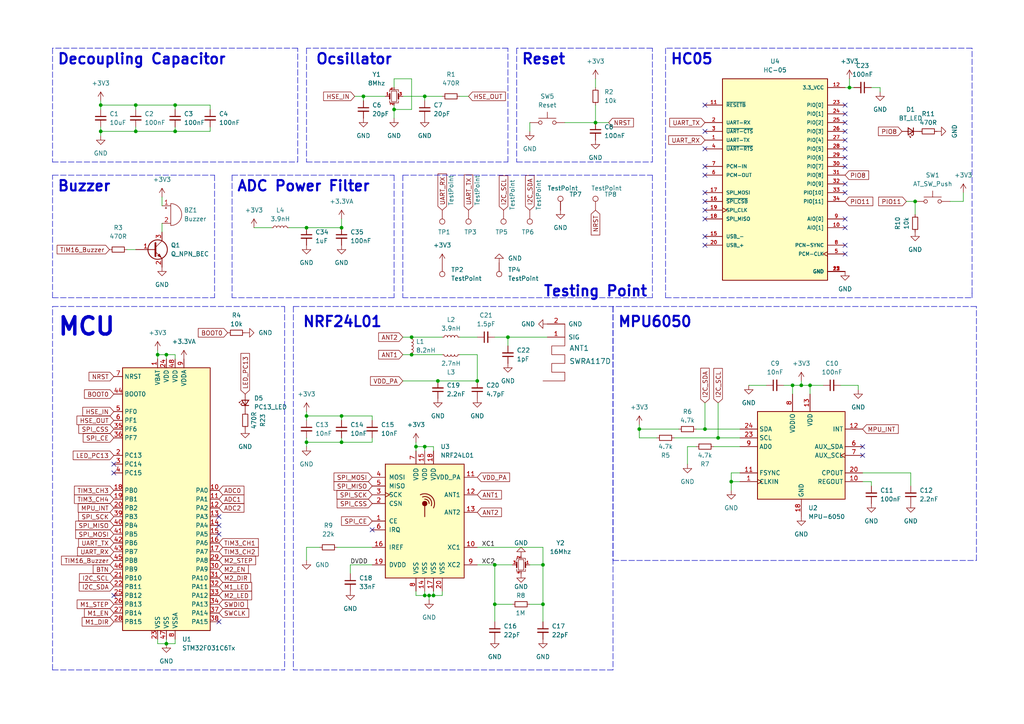
<source format=kicad_sch>
(kicad_sch (version 20211123) (generator eeschema)
  (paper "A4")
  (junction (at 143.51 163.83))
  (junction (at 172.72 35.56))
  (junction (at 127 110.49))
  (junction (at 50.8 30.48))
  (junction (at 119.38 97.79))
  (junction (at 48.26 186.69))
  (junction (at 138.43 110.49))
  (junction (at 234.95 111.76))
  (junction (at 88.9 128.27))
  (junction (at 229.87 111.76))
  (junction (at 99.06 128.27))
  (junction (at 157.48 175.26))
  (junction (at 147.32 97.79))
  (junction (at 99.06 120.65))
  (junction (at 39.37 30.48))
  (junction (at 185.42 124.46))
  (junction (at 29.21 30.48))
  (junction (at 123.19 172.72))
  (junction (at 50.8 38.1))
  (junction (at 157.48 163.83))
  (junction (at 39.37 38.1))
  (junction (at 45.72 102.87))
  (junction (at 212.09 139.7))
  (junction (at 114.3 31.75))
  (junction (at 265.43 58.42))
  (junction (at 204.47 124.46))
  (junction (at 48.26 102.87))
  (junction (at 123.19 27.94))
  (junction (at 29.21 38.1))
  (junction (at 88.9 120.65))
  (junction (at 246.38 25.4))
  (junction (at 124.46 172.72))
  (junction (at 125.73 172.72))
  (junction (at 105.41 27.94))
  (junction (at 143.51 175.26))
  (junction (at 232.41 111.76))
  (junction (at 208.28 127))
  (junction (at 88.9 66.04))
  (junction (at 120.65 129.54))
  (junction (at 99.06 66.04))
  (junction (at 123.19 129.54))
  (junction (at 119.38 102.87))
  (no_connect (at 33.02 134.62))
  (no_connect (at 33.02 172.72))
  (no_connect (at 63.5 154.94))
  (no_connect (at 63.5 180.34))
  (no_connect (at 33.02 137.16))
  (no_connect (at 63.5 149.86))
  (no_connect (at 63.5 152.4))
  (no_connect (at 204.47 38.1))
  (no_connect (at 204.47 30.48))
  (no_connect (at 204.47 43.18))
  (no_connect (at 204.47 60.96))
  (no_connect (at 204.47 50.8))
  (no_connect (at 204.47 63.5))
  (no_connect (at 204.47 58.42))
  (no_connect (at 204.47 55.88))
  (no_connect (at 204.47 68.58))
  (no_connect (at 204.47 48.26))
  (no_connect (at 107.95 153.67))
  (no_connect (at 250.19 132.08))
  (no_connect (at 250.19 129.54))
  (no_connect (at 245.11 53.34))
  (no_connect (at 245.11 48.26))
  (no_connect (at 245.11 33.02))
  (no_connect (at 245.11 30.48))
  (no_connect (at 245.11 71.12))
  (no_connect (at 245.11 73.66))
  (no_connect (at 204.47 71.12))
  (no_connect (at 245.11 66.04))
  (no_connect (at 245.11 35.56))
  (no_connect (at 245.11 40.64))
  (no_connect (at 245.11 43.18))
  (no_connect (at 245.11 45.72))
  (no_connect (at 245.11 55.88))
  (no_connect (at 245.11 63.5))
  (no_connect (at 245.11 38.1))
  (wire (pts (xy 50.8 102.87) (xy 50.8 104.14)))
  (wire (pts (xy 105.41 27.94) (xy 111.76 27.94)))
  (wire (pts (xy 212.09 139.7) (xy 212.09 142.24)))
  (wire (pts (xy 204.47 124.46) (xy 214.63 124.46)))
  (polyline (pts (xy 15.24 86.36) (xy 15.24 50.8)))
  (wire (pts (xy 88.9 66.04) (xy 99.06 66.04)))
  (polyline (pts (xy 149.86 13.97) (xy 149.86 46.99)))
  (wire (pts (xy 114.3 31.75) (xy 114.3 34.29)))
  (wire (pts (xy 92.71 158.75) (xy 88.9 158.75)))
  (wire (pts (xy 172.72 30.48) (xy 172.72 35.56)))
  (wire (pts (xy 48.26 102.87) (xy 48.26 104.14)))
  (wire (pts (xy 212.09 137.16) (xy 212.09 139.7)))
  (wire (pts (xy 29.21 30.48) (xy 29.21 31.75)))
  (wire (pts (xy 29.21 38.1) (xy 39.37 38.1)))
  (wire (pts (xy 88.9 127) (xy 88.9 128.27)))
  (wire (pts (xy 88.9 158.75) (xy 88.9 162.56)))
  (wire (pts (xy 204.47 116.84) (xy 204.47 124.46)))
  (polyline (pts (xy 15.24 194.31) (xy 15.24 88.9)))
  (polyline (pts (xy 281.94 85.09) (xy 281.94 13.97)))
  (polyline (pts (xy 116.84 50.8) (xy 189.23 50.8)))
  (wire (pts (xy 123.19 129.54) (xy 123.19 130.81)))
  (wire (pts (xy 36.83 72.39) (xy 39.37 72.39)))
  (wire (pts (xy 133.35 27.94) (xy 135.89 27.94)))
  (wire (pts (xy 114.3 25.4) (xy 114.3 22.86)))
  (wire (pts (xy 143.51 175.26) (xy 143.51 180.34)))
  (wire (pts (xy 157.48 175.26) (xy 157.48 180.34)))
  (wire (pts (xy 157.48 163.83) (xy 157.48 158.75)))
  (wire (pts (xy 279.4 58.42) (xy 275.59 58.42)))
  (polyline (pts (xy 189.23 50.8) (xy 189.23 86.36)))
  (wire (pts (xy 88.9 128.27) (xy 99.06 128.27)))
  (polyline (pts (xy 114.3 86.36) (xy 67.31 86.36)))
  (wire (pts (xy 45.72 185.42) (xy 45.72 186.69)))
  (polyline (pts (xy 177.8 88.9) (xy 177.8 194.31)))
  (wire (pts (xy 133.35 97.79) (xy 138.43 97.79)))
  (wire (pts (xy 39.37 30.48) (xy 39.37 31.75)))
  (wire (pts (xy 208.28 127) (xy 214.63 127)))
  (wire (pts (xy 248.92 111.76) (xy 248.92 113.03)))
  (wire (pts (xy 125.73 171.45) (xy 125.73 172.72)))
  (wire (pts (xy 214.63 137.16) (xy 212.09 137.16)))
  (polyline (pts (xy 82.55 88.9) (xy 82.55 194.31)))
  (wire (pts (xy 138.43 102.87) (xy 138.43 110.49)))
  (wire (pts (xy 123.19 171.45) (xy 123.19 172.72)))
  (wire (pts (xy 116.84 97.79) (xy 119.38 97.79)))
  (polyline (pts (xy 281.94 85.09) (xy 281.94 86.36)))
  (wire (pts (xy 125.73 129.54) (xy 123.19 129.54)))
  (wire (pts (xy 185.42 124.46) (xy 196.85 124.46)))
  (wire (pts (xy 127 110.49) (xy 138.43 110.49)))
  (wire (pts (xy 60.96 30.48) (xy 60.96 31.75)))
  (wire (pts (xy 208.28 116.84) (xy 208.28 127)))
  (wire (pts (xy 29.21 30.48) (xy 39.37 30.48)))
  (polyline (pts (xy 189.23 46.99) (xy 189.23 13.97)))
  (wire (pts (xy 88.9 120.65) (xy 88.9 121.92)))
  (wire (pts (xy 50.8 30.48) (xy 50.8 31.75)))
  (polyline (pts (xy 189.23 86.36) (xy 116.84 86.36)))
  (wire (pts (xy 264.16 137.16) (xy 264.16 140.97)))
  (wire (pts (xy 232.41 110.49) (xy 232.41 111.76)))
  (wire (pts (xy 246.38 22.86) (xy 246.38 25.4)))
  (wire (pts (xy 125.73 172.72) (xy 124.46 172.72)))
  (wire (pts (xy 45.72 186.69) (xy 48.26 186.69)))
  (wire (pts (xy 207.01 129.54) (xy 214.63 129.54)))
  (wire (pts (xy 116.84 110.49) (xy 127 110.49)))
  (wire (pts (xy 119.38 22.86) (xy 119.38 31.75)))
  (wire (pts (xy 250.19 137.16) (xy 264.16 137.16)))
  (wire (pts (xy 201.93 124.46) (xy 204.47 124.46)))
  (wire (pts (xy 265.43 58.42) (xy 265.43 62.23)))
  (wire (pts (xy 45.72 102.87) (xy 45.72 104.14)))
  (wire (pts (xy 46.99 57.15) (xy 46.99 59.69)))
  (polyline (pts (xy 15.24 88.9) (xy 82.55 88.9)))
  (wire (pts (xy 227.33 111.76) (xy 229.87 111.76)))
  (polyline (pts (xy 193.04 13.97) (xy 193.04 86.36)))
  (wire (pts (xy 48.26 102.87) (xy 50.8 102.87)))
  (wire (pts (xy 119.38 102.87) (xy 128.27 102.87)))
  (wire (pts (xy 29.21 36.83) (xy 29.21 38.1)))
  (wire (pts (xy 262.89 58.42) (xy 265.43 58.42)))
  (polyline (pts (xy 281.94 13.97) (xy 193.04 13.97)))
  (wire (pts (xy 107.95 163.83) (xy 101.6 163.83)))
  (polyline (pts (xy 149.86 46.99) (xy 189.23 46.99)))
  (polyline (pts (xy 116.84 50.8) (xy 116.84 86.36)))
  (wire (pts (xy 97.79 158.75) (xy 107.95 158.75)))
  (polyline (pts (xy 147.32 46.99) (xy 147.32 13.97)))
  (wire (pts (xy 107.95 127) (xy 107.95 128.27)))
  (wire (pts (xy 157.48 163.83) (xy 157.48 175.26)))
  (wire (pts (xy 50.8 36.83) (xy 50.8 38.1)))
  (polyline (pts (xy 189.23 13.97) (xy 149.86 13.97)))
  (wire (pts (xy 163.83 35.56) (xy 172.72 35.56)))
  (wire (pts (xy 279.4 55.88) (xy 279.4 58.42)))
  (polyline (pts (xy 67.31 50.8) (xy 114.3 50.8)))
  (wire (pts (xy 255.27 25.4) (xy 252.73 25.4)))
  (wire (pts (xy 116.84 27.94) (xy 123.19 27.94)))
  (polyline (pts (xy 85.09 88.9) (xy 177.8 88.9)))
  (wire (pts (xy 153.67 163.83) (xy 157.48 163.83)))
  (polyline (pts (xy 177.8 194.31) (xy 85.09 194.31)))
  (polyline (pts (xy 15.24 194.31) (xy 82.55 194.31)))
  (wire (pts (xy 50.8 186.69) (xy 48.26 186.69)))
  (polyline (pts (xy 88.9 46.99) (xy 147.32 46.99)))
  (wire (pts (xy 217.17 111.76) (xy 222.25 111.76)))
  (wire (pts (xy 88.9 120.65) (xy 99.06 120.65)))
  (wire (pts (xy 199.39 129.54) (xy 199.39 134.62)))
  (wire (pts (xy 201.93 129.54) (xy 199.39 129.54)))
  (wire (pts (xy 138.43 163.83) (xy 143.51 163.83)))
  (wire (pts (xy 101.6 163.83) (xy 101.6 166.37)))
  (wire (pts (xy 185.42 124.46) (xy 185.42 127)))
  (wire (pts (xy 99.06 120.65) (xy 99.06 121.92)))
  (wire (pts (xy 48.26 185.42) (xy 48.26 186.69)))
  (wire (pts (xy 107.95 121.92) (xy 107.95 120.65)))
  (wire (pts (xy 83.82 66.04) (xy 88.9 66.04)))
  (wire (pts (xy 190.5 127) (xy 185.42 127)))
  (wire (pts (xy 116.84 102.87) (xy 119.38 102.87)))
  (polyline (pts (xy 86.36 46.99) (xy 86.36 13.97)))
  (wire (pts (xy 99.06 63.5) (xy 99.06 66.04)))
  (wire (pts (xy 120.65 172.72) (xy 120.65 171.45)))
  (wire (pts (xy 60.96 36.83) (xy 60.96 38.1)))
  (wire (pts (xy 143.51 175.26) (xy 148.59 175.26)))
  (polyline (pts (xy 62.23 50.8) (xy 62.23 86.36)))
  (wire (pts (xy 232.41 111.76) (xy 234.95 111.76)))
  (wire (pts (xy 172.72 22.86) (xy 172.72 25.4)))
  (wire (pts (xy 128.27 171.45) (xy 128.27 172.72)))
  (wire (pts (xy 114.3 30.48) (xy 114.3 31.75)))
  (polyline (pts (xy 114.3 50.8) (xy 114.3 86.36)))
  (polyline (pts (xy 86.36 13.97) (xy 15.24 13.97)))
  (polyline (pts (xy 177.8 88.9) (xy 177.8 162.56)))
  (wire (pts (xy 105.41 27.94) (xy 105.41 29.21)))
  (wire (pts (xy 234.95 111.76) (xy 234.95 114.3)))
  (wire (pts (xy 114.3 31.75) (xy 119.38 31.75)))
  (wire (pts (xy 120.65 128.27) (xy 120.65 129.54)))
  (wire (pts (xy 45.72 101.6) (xy 45.72 102.87)))
  (wire (pts (xy 99.06 120.65) (xy 107.95 120.65)))
  (wire (pts (xy 102.87 27.94) (xy 105.41 27.94)))
  (wire (pts (xy 73.66 66.04) (xy 78.74 66.04)))
  (wire (pts (xy 143.51 97.79) (xy 147.32 97.79)))
  (wire (pts (xy 234.95 111.76) (xy 238.76 111.76)))
  (polyline (pts (xy 15.24 50.8) (xy 62.23 50.8)))
  (wire (pts (xy 124.46 173.99) (xy 124.46 172.72)))
  (wire (pts (xy 153.67 35.56) (xy 153.67 38.1)))
  (wire (pts (xy 229.87 111.76) (xy 232.41 111.76)))
  (wire (pts (xy 250.19 139.7) (xy 252.73 139.7)))
  (wire (pts (xy 50.8 38.1) (xy 60.96 38.1)))
  (polyline (pts (xy 283.21 162.56) (xy 283.21 88.9)))
  (polyline (pts (xy 85.09 88.9) (xy 85.09 194.31)))
  (wire (pts (xy 50.8 30.48) (xy 60.96 30.48)))
  (wire (pts (xy 123.19 27.94) (xy 128.27 27.94)))
  (wire (pts (xy 39.37 38.1) (xy 50.8 38.1)))
  (polyline (pts (xy 177.8 162.56) (xy 283.21 162.56)))
  (wire (pts (xy 128.27 172.72) (xy 125.73 172.72)))
  (wire (pts (xy 29.21 38.1) (xy 29.21 39.37)))
  (wire (pts (xy 229.87 111.76) (xy 229.87 114.3)))
  (wire (pts (xy 39.37 36.83) (xy 39.37 38.1)))
  (polyline (pts (xy 15.24 13.97) (xy 15.24 46.99)))
  (wire (pts (xy 99.06 128.27) (xy 107.95 128.27)))
  (wire (pts (xy 88.9 128.27) (xy 88.9 129.54)))
  (wire (pts (xy 114.3 22.86) (xy 119.38 22.86)))
  (polyline (pts (xy 147.32 13.97) (xy 88.9 13.97)))
  (wire (pts (xy 133.35 102.87) (xy 138.43 102.87)))
  (wire (pts (xy 255.27 26.67) (xy 255.27 25.4)))
  (wire (pts (xy 245.11 25.4) (xy 246.38 25.4)))
  (wire (pts (xy 123.19 172.72) (xy 120.65 172.72)))
  (wire (pts (xy 185.42 123.19) (xy 185.42 124.46)))
  (wire (pts (xy 39.37 30.48) (xy 50.8 30.48)))
  (wire (pts (xy 50.8 185.42) (xy 50.8 186.69)))
  (polyline (pts (xy 88.9 13.97) (xy 88.9 46.99)))
  (wire (pts (xy 45.72 102.87) (xy 48.26 102.87)))
  (wire (pts (xy 147.32 97.79) (xy 158.75 97.79)))
  (wire (pts (xy 243.84 111.76) (xy 248.92 111.76)))
  (wire (pts (xy 124.46 172.72) (xy 123.19 172.72)))
  (polyline (pts (xy 67.31 50.8) (xy 67.31 86.36)))
  (wire (pts (xy 120.65 129.54) (xy 120.65 130.81)))
  (wire (pts (xy 246.38 25.4) (xy 247.65 25.4)))
  (wire (pts (xy 153.67 175.26) (xy 157.48 175.26)))
  (polyline (pts (xy 15.24 86.36) (xy 62.23 86.36)))
  (wire (pts (xy 46.99 64.77) (xy 46.99 67.31)))
  (wire (pts (xy 99.06 127) (xy 99.06 128.27)))
  (wire (pts (xy 172.72 35.56) (xy 176.53 35.56)))
  (wire (pts (xy 252.73 139.7) (xy 252.73 140.97)))
  (wire (pts (xy 147.32 97.79) (xy 147.32 100.33)))
  (wire (pts (xy 195.58 127) (xy 208.28 127)))
  (wire (pts (xy 214.63 139.7) (xy 212.09 139.7)))
  (wire (pts (xy 123.19 129.54) (xy 120.65 129.54)))
  (polyline (pts (xy 193.04 86.36) (xy 281.94 86.36)))
  (wire (pts (xy 125.73 130.81) (xy 125.73 129.54)))
  (wire (pts (xy 143.51 163.83) (xy 148.59 163.83)))
  (polyline (pts (xy 283.21 88.9) (xy 177.8 88.9)))
  (wire (pts (xy 138.43 158.75) (xy 157.48 158.75)))
  (wire (pts (xy 29.21 29.21) (xy 29.21 30.48)))
  (polyline (pts (xy 15.24 46.99) (xy 86.36 46.99)))
  (wire (pts (xy 143.51 163.83) (xy 143.51 175.26)))
  (wire (pts (xy 119.38 97.79) (xy 128.27 97.79)))
  (wire (pts (xy 88.9 119.38) (xy 88.9 120.65)))
  (wire (pts (xy 123.19 27.94) (xy 123.19 29.21)))
  (text "Buzzer" (at 16.51 55.88 0) (effects (font (size 3 3) (thickness 0.6) bold) (justify left bottom)))
  (text "NRF24L01" (at 87.63 95.25 0) (effects (font (size 3 3) (thickness 0.6) bold) (justify left bottom)))
  (text "Decoupling Capacitor" (at 16.51 19.05 0) (effects (font (size 3 3) (thickness 0.6) bold) (justify left bottom)))
  (text "HC05" (at 194.31 19.05 0) (effects (font (size 3 3) (thickness 0.6) bold) (justify left bottom)))
  (text "Reset" (at 151.13 19.05 0) (effects (font (size 3 3) (thickness 0.6) bold) (justify left bottom)))
  (text "MCU" (at 16.51 97.79 0) (effects (font (size 5 5) (thickness 1) bold) (justify left bottom)))
  (text "Testing Point" (at 157.48 86.36 0) (effects (font (size 3 3) (thickness 0.6) bold) (justify left bottom)))
  (text "MPU6050" (at 179.07 95.25 0) (effects (font (size 3 3) (thickness 0.6) bold) (justify left bottom)))
  (text "ADC Power Filter" (at 68.58 55.88 0) (effects (font (size 3 3) (thickness 0.6) bold) (justify left bottom)))
  (text "Ocsillator" (at 91.44 19.05 0) (effects (font (size 3 3) (thickness 0.6) bold) (justify left bottom)))
  (label "XC2" (at 139.7 163.83 0))
  (label "DVDD" (at 101.6 163.83 0))
  (label "XC1" (at 139.7 158.75 0))
  (global_label "ANT2" (shape input) (at 138.43 148.59 0) (property "Intersheet References" "${INTERSHEET_REFS}" (effects hide)))
  (global_label "UART_RX" (shape input) (at 33.02 160.02 180) (property "Intersheet References" "${INTERSHEET_REFS}" (effects hide)))
  (global_label "MPU_INT" (shape input) (at 33.02 147.32 180) (property "Intersheet References" "${INTERSHEET_REFS}" (effects hide)))
  (global_label "VDD_PA" (shape input) (at 116.84 110.49 180) (property "Intersheet References" "${INTERSHEET_REFS}" (effects hide)))
  (global_label "I2C_SDA" (shape input) (at 33.02 170.18 180) (property "Intersheet References" "${INTERSHEET_REFS}" (effects hide)))
  (global_label "I2C_SCL" (shape input) (at 33.02 167.64 180) (property "Intersheet References" "${INTERSHEET_REFS}" (effects hide)))
  (global_label "SPI_MOSI" (shape input) (at 107.95 138.43 180) (property "Intersheet References" "${INTERSHEET_REFS}" (effects hide)))
  (global_label "ANT1" (shape input) (at 138.43 143.51 0) (property "Intersheet References" "${INTERSHEET_REFS}" (effects hide)))
  (global_label "LED_PC13" (shape input) (at 33.02 132.08 180) (property "Intersheet References" "${INTERSHEET_REFS}" (effects hide)))
  (global_label "SPI_SCK" (shape input) (at 33.02 149.86 180) (property "Intersheet References" "${INTERSHEET_REFS}" (effects hide)))
  (global_label "ANT2" (shape input) (at 116.84 97.79 180) (property "Intersheet References" "${INTERSHEET_REFS}" (effects hide)))
  (global_label "NRST" (shape input) (at 176.53 35.56 0) (property "Intersheet References" "${INTERSHEET_REFS}" (effects hide)))
  (global_label "M2_EN" (shape input) (at 63.5 165.1 0) (property "Intersheet References" "${INTERSHEET_REFS}" (effects hide)))
  (global_label "PIO11" (shape input) (at 245.11 58.42 0) (property "Intersheet References" "${INTERSHEET_REFS}" (effects hide)))
  (global_label "M1_EN" (shape input) (at 33.02 177.8 180) (property "Intersheet References" "${INTERSHEET_REFS}" (effects hide)))
  (global_label "VDD_PA" (shape input) (at 138.43 138.43 0) (property "Intersheet References" "${INTERSHEET_REFS}" (effects hide)))
  (global_label "ADC1" (shape input) (at 63.5 144.78 0) (property "Intersheet References" "${INTERSHEET_REFS}" (effects hide)))
  (global_label "LED_PC13" (shape input) (at 71.12 114.3 90) (property "Intersheet References" "${INTERSHEET_REFS}" (effects hide)))
  (global_label "TIM3_CH1" (shape input) (at 63.5 157.48 0) (property "Intersheet References" "${INTERSHEET_REFS}" (effects hide)))
  (global_label "SPI_SCK" (shape input) (at 107.95 143.51 180) (property "Intersheet References" "${INTERSHEET_REFS}" (effects hide)))
  (global_label "MPU_INT" (shape input) (at 250.19 124.46 0) (property "Intersheet References" "${INTERSHEET_REFS}" (effects hide)))
  (global_label "NRST" (shape input) (at 33.02 109.22 180) (property "Intersheet References" "${INTERSHEET_REFS}" (effects hide)))
  (global_label "I2C_SCL" (shape input) (at 146.05 60.96 90) (property "Intersheet References" "${INTERSHEET_REFS}" (effects hide)))
  (global_label "TIM3_CH4" (shape input) (at 33.02 144.78 180) (property "Intersheet References" "${INTERSHEET_REFS}" (effects hide)))
  (global_label "BTN" (shape input) (at 33.02 165.1 180) (property "Intersheet References" "${INTERSHEET_REFS}" (effects hide)))
  (global_label "M2_LED" (shape input) (at 63.5 172.72 0) (property "Intersheet References" "${INTERSHEET_REFS}" (effects hide)))
  (global_label "SPI_CSS" (shape input) (at 107.95 146.05 180) (property "Intersheet References" "${INTERSHEET_REFS}" (effects hide)))
  (global_label "ADC0" (shape input) (at 63.5 142.24 0) (property "Intersheet References" "${INTERSHEET_REFS}" (effects hide)))
  (global_label "M2_DIR" (shape input) (at 63.5 167.64 0) (property "Intersheet References" "${INTERSHEET_REFS}" (effects hide)))
  (global_label "SPI_CSS" (shape input) (at 33.02 124.46 180) (property "Intersheet References" "${INTERSHEET_REFS}" (effects hide)))
  (global_label "SPI_MISO" (shape input) (at 107.95 140.97 180) (property "Intersheet References" "${INTERSHEET_REFS}" (effects hide)))
  (global_label "SWCLK" (shape input) (at 63.5 177.8 0) (property "Intersheet References" "${INTERSHEET_REFS}" (effects hide)))
  (global_label "PIO8" (shape input) (at 245.11 50.8 0) (property "Intersheet References" "${INTERSHEET_REFS}" (effects hide)))
  (global_label "PIO8" (shape input) (at 261.62 38.1 180) (property "Intersheet References" "${INTERSHEET_REFS}" (effects hide)))
  (global_label "I2C_SCL" (shape input) (at 208.28 116.84 90) (property "Intersheet References" "${INTERSHEET_REFS}" (effects hide)))
  (global_label "HSE_OUT" (shape input) (at 33.02 121.92 180) (property "Intersheet References" "${INTERSHEET_REFS}" (effects hide)))
  (global_label "SPI_CE" (shape input) (at 107.95 151.13 180) (property "Intersheet References" "${INTERSHEET_REFS}" (effects hide)))
  (global_label "HSE_IN" (shape input) (at 33.02 119.38 180) (property "Intersheet References" "${INTERSHEET_REFS}" (effects hide)))
  (global_label "M2_STEP" (shape input) (at 63.5 162.56 0) (property "Intersheet References" "${INTERSHEET_REFS}" (effects hide)))
  (global_label "TIM16_Buzzer" (shape input) (at 33.02 162.56 180) (property "Intersheet References" "${INTERSHEET_REFS}" (effects hide)))
  (global_label "HSE_OUT" (shape input) (at 135.89 27.94 0) (property "Intersheet References" "${INTERSHEET_REFS}" (effects hide)))
  (global_label "HSE_IN" (shape input) (at 102.87 27.94 180) (property "Intersheet References" "${INTERSHEET_REFS}" (effects hide)))
  (global_label "UART_TX" (shape input) (at 135.89 60.96 90) (property "Intersheet References" "${INTERSHEET_REFS}" (effects hide)))
  (global_label "UART_TX" (shape input) (at 204.47 35.56 180) (property "Intersheet References" "${INTERSHEET_REFS}" (effects hide)))
  (global_label "TIM16_Buzzer" (shape input) (at 31.75 72.39 180) (property "Intersheet References" "${INTERSHEET_REFS}" (effects hide)))
  (global_label "UART_TX" (shape input) (at 33.02 157.48 180) (property "Intersheet References" "${INTERSHEET_REFS}" (effects hide)))
  (global_label "SPI_MISO" (shape input) (at 33.02 152.4 180) (property "Intersheet References" "${INTERSHEET_REFS}" (effects hide)))
  (global_label "TIM3_CH2" (shape input) (at 63.5 160.02 0) (property "Intersheet References" "${INTERSHEET_REFS}" (effects hide)))
  (global_label "UART_RX" (shape input) (at 204.47 40.64 180) (property "Intersheet References" "${INTERSHEET_REFS}" (effects hide)))
  (global_label "I2C_SDA" (shape input) (at 204.47 116.84 90) (property "Intersheet References" "${INTERSHEET_REFS}" (effects hide)))
  (global_label "UART_RX" (shape input) (at 128.27 60.96 90) (property "Intersheet References" "${INTERSHEET_REFS}" (effects hide)))
  (global_label "PIO11" (shape input) (at 262.89 58.42 180) (property "Intersheet References" "${INTERSHEET_REFS}" (effects hide)))
  (global_label "BOOT0" (shape input) (at 33.02 114.3 180) (property "Intersheet References" "${INTERSHEET_REFS}" (effects hide)))
  (global_label "NRST" (shape input) (at 172.72 60.96 270) (property "Intersheet References" "${INTERSHEET_REFS}" (effects hide)))
  (global_label "SPI_CE" (shape input) (at 33.02 127 180) (property "Intersheet References" "${INTERSHEET_REFS}" (effects hide)))
  (global_label "SPI_MOSI" (shape input) (at 33.02 154.94 180) (property "Intersheet References" "${INTERSHEET_REFS}" (effects hide)))
  (global_label "ADC2" (shape input) (at 63.5 147.32 0) (property "Intersheet References" "${INTERSHEET_REFS}" (effects hide)))
  (global_label "M1_LED" (shape input) (at 63.5 170.18 0) (property "Intersheet References" "${INTERSHEET_REFS}" (effects hide)))
  (global_label "TIM3_CH3" (shape input) (at 33.02 142.24 180) (property "Intersheet References" "${INTERSHEET_REFS}" (effects hide)))
  (global_label "SWDIO" (shape input) (at 63.5 175.26 0) (property "Intersheet References" "${INTERSHEET_REFS}" (effects hide)))
  (global_label "M1_DIR" (shape input) (at 33.02 180.34 180) (property "Intersheet References" "${INTERSHEET_REFS}" (effects hide)))
  (global_label "ANT1" (shape input) (at 116.84 102.87 180) (property "Intersheet References" "${INTERSHEET_REFS}" (effects hide)))
  (global_label "I2C_SDA" (shape input) (at 153.67 60.96 90) (property "Intersheet References" "${INTERSHEET_REFS}" (effects hide)))
  (global_label "M1_STEP" (shape input) (at 33.02 175.26 180) (property "Intersheet References" "${INTERSHEET_REFS}" (effects hide)))
  (global_label "BOOT0" (shape input) (at 66.04 96.52 180) (property "Intersheet References" "${INTERSHEET_REFS}" (effects hide)))
  (symbol (lib_id "MyAntennas:SWRA117D") (at 157.48 110.49 270) (mirror x) (unit 1)
    (property "Reference" "ANT1" (at 165.1 100.965 90) (effects (font (size 1.524 1.524)) (justify left)))
    (property "Value" "SWRA117D" (at 165.1 104.775 90) (effects (font (size 1.524 1.524)) (justify left)))
    (property "Footprint" "RF_Antenna:Texas_SWRA117D_2.4GHz_Left" (effects hide))
  )
  (symbol (lib_id "power:+3.3V") (at 120.65 128.27 0) (unit 1)
    (property "Reference" "#PWR024" (effects hide))
    (property "Value" "+3.3V" (at 120.65 123.19 0))
  )
  (symbol (lib_id "power:GND") (at 172.72 40.64 0) (unit 1)
    (property "Reference" "#PWR0102" (effects hide))
    (property "Value" "GND" (at 172.72 45.72 0))
  )
  (symbol (lib_id "power:GND") (at 127 115.57 0) (unit 1)
    (property "Reference" "#PWR032" (effects hide))
    (property "Value" "GND" (at 127 120.65 0))
  )
  (symbol (lib_id "power:+3.3V") (at 185.42 123.19 0) (unit 1)
    (property "Reference" "#PWR013" (effects hide))
    (property "Value" "+3.3V" (at 185.42 118.11 0))
  )
  (symbol (lib_id "Sensor_Motion:MPU-6050") (at 232.41 132.08 0) (unit 1)
    (property "Reference" "U2" (at 234.4294 147.32 0) (effects (justify left)))
    (property "Value" "MPU-6050" (at 234.4294 149.86 0) (effects (justify left)))
    (property "Footprint" "Sensor_Motion:InvenSense_QFN-24_4x4mm_P0.5mm" (effects hide))
    (property "Datasheet" "https://store.invensense.com/datasheets/invensense/MPU-6050_DataSheet_V3%204.pdf" (effects hide))
  )
  (symbol (lib_id "Device:C_Small") (at 157.48 182.88 0) (unit 1)
    (property "Reference" "C17" (at 160.02 181.6162 0) (effects (justify left)))
    (property "Value" "22pF" (at 160.02 184.1562 0) (effects (justify left)))
    (property "Footprint" "Capacitor_SMD:C_0603_1608Metric" (effects hide))
  )
  (symbol (lib_id "power:+3.3V") (at 279.4 55.88 0) (unit 1)
    (property "Reference" "#PWR040" (effects hide))
    (property "Value" "+3.3V" (at 279.4 50.8 0))
  )
  (symbol (lib_id "Mechanical:MountingHole") (at 246.38 236.22 0) (unit 1)
    (property "Reference" "H3" (at 248.92 234.9499 0) (effects (justify left)))
    (property "Value" "MountingHole" (at 248.92 237.4899 0) (effects (justify left)))
    (property "Footprint" "MountingHole:MountingHole_3mm_Pad_Via" (effects hide))
  )
  (symbol (lib_id "Device:C_Small") (at 39.37 34.29 0) (unit 1)
    (property "Reference" "C2" (at 41.91 33.0262 0) (effects (justify left)))
    (property "Value" "100nF" (at 41.91 35.5662 0) (effects (justify left)))
    (property "Footprint" "Capacitor_SMD:C_0603_1608Metric" (effects hide))
  )
  (symbol (lib_id "Device:C_Small") (at 250.19 25.4 270) (unit 1)
    (property "Reference" "C23" (at 250.1836 19.05 90))
    (property "Value" "100nF" (at 250.1836 21.59 90))
    (property "Footprint" "Capacitor_SMD:C_0603_1608Metric" (effects hide))
  )
  (symbol (lib_id "Device:R_Small") (at 151.13 175.26 270) (unit 1)
    (property "Reference" "R8" (at 152.4 172.72 90) (effects (justify right)))
    (property "Value" "1M" (at 152.4 177.8 90) (effects (justify right)))
    (property "Footprint" "Resistor_SMD:R_0603_1608Metric" (effects hide))
  )
  (symbol (lib_id "power:GND") (at 99.06 71.12 0) (unit 1)
    (property "Reference" "#PWR067" (effects hide))
    (property "Value" "GND" (at 99.06 76.2 0))
  )
  (symbol (lib_id "Device:C_Small") (at 107.95 124.46 0) (unit 1)
    (property "Reference" "C15" (at 110.49 123.1962 0) (effects (justify left)))
    (property "Value" "10nF" (at 110.49 125.7362 0) (effects (justify left)))
    (property "Footprint" "Capacitor_SMD:C_0603_1608Metric" (effects hide))
  )
  (symbol (lib_id "power:GND") (at 248.92 113.03 0) (unit 1)
    (property "Reference" "#PWR019" (effects hide))
    (property "Value" "GND" (at 248.92 118.11 0))
  )
  (symbol (lib_id "power:GND") (at 151.13 166.37 0) (unit 1)
    (property "Reference" "#PWR028" (effects hide))
    (property "Value" "GND" (at 151.13 170.18 0))
  )
  (symbol (lib_id "power:+3.3V") (at 45.72 101.6 0) (unit 1)
    (property "Reference" "#PWR03" (effects hide))
    (property "Value" "+3.3V" (at 45.72 96.52 0))
  )
  (symbol (lib_id "power:GND") (at 255.27 26.67 0) (unit 1)
    (property "Reference" "#PWR037" (effects hide))
    (property "Value" "GND" (at 255.27 31.75 0))
  )
  (symbol (lib_id "Device:R_Small") (at 34.29 72.39 90) (unit 1)
    (property "Reference" "R3" (at 34.29 66.04 90))
    (property "Value" "470R" (at 34.29 68.58 90))
    (property "Footprint" "Resistor_SMD:R_0603_1608Metric" (effects hide))
  )
  (symbol (lib_id "power:GND") (at 123.19 34.29 0) (unit 1)
    (property "Reference" "#PWR06" (effects hide))
    (property "Value" "GND" (at 123.19 39.37 0))
  )
  (symbol (lib_id "power:GND") (at 271.78 38.1 90) (unit 1)
    (property "Reference" "#PWR039" (effects hide))
    (property "Value" "GND" (at 276.86 38.1 0))
  )
  (symbol (lib_id "power:GND") (at 48.26 186.69 0) (unit 1)
    (property "Reference" "#PWR011" (effects hide))
    (property "Value" "GND" (at 48.26 191.77 0))
  )
  (symbol (lib_id "Device:C_Small") (at 147.32 102.87 180) (unit 1)
    (property "Reference" "C22" (at 149.86 101.5935 0) (effects (justify right)))
    (property "Value" "1pF" (at 149.86 104.1335 0) (effects (justify right)))
    (property "Footprint" "Capacitor_SMD:C_0603_1608Metric" (effects hide))
  )
  (symbol (lib_id "power:GND") (at 217.17 111.76 0) (unit 1)
    (property "Reference" "#PWR016" (effects hide))
    (property "Value" "GND" (at 217.17 116.84 0))
  )
  (symbol (lib_id "power:GND") (at 199.39 134.62 0) (unit 1)
    (property "Reference" "#PWR014" (effects hide))
    (property "Value" "GND" (at 199.39 139.7 0))
  )
  (symbol (lib_id "Device:LED_Small") (at 71.12 116.84 90) (unit 1)
    (property "Reference" "D5" (at 73.66 115.5064 90) (effects (justify right)))
    (property "Value" "PC13_LED" (at 73.66 118.0464 90) (effects (justify right)))
    (property "Footprint" "LED_SMD:LED_0603_1608Metric" (effects hide))
  )
  (symbol (lib_id "power:+3.3VA") (at 99.06 63.5 0) (unit 1)
    (property "Reference" "#PWR066" (effects hide))
    (property "Value" "+3.3VA" (at 99.06 58.42 0))
  )
  (symbol (lib_id "Device:R_Small") (at 265.43 64.77 180) (unit 1)
    (property "Reference" "R10" (at 260.35 64.77 90))
    (property "Value" "10k" (at 262.89 64.77 90))
    (property "Footprint" "Resistor_SMD:R_0603_1608Metric" (effects hide))
  )
  (symbol (lib_id "Device:R_Small") (at 71.12 121.92 0) (unit 1)
    (property "Reference" "R23" (at 76.2 121.92 90))
    (property "Value" "470R" (at 73.66 121.92 90))
    (property "Footprint" "Resistor_SMD:R_0603_1608Metric" (effects hide))
  )
  (symbol (lib_id "power:GND") (at 265.43 67.31 0) (unit 1)
    (property "Reference" "#PWR038" (effects hide))
    (property "Value" "GND" (at 265.43 72.39 0))
  )
  (symbol (lib_id "Device:L_Small") (at 81.28 66.04 90) (unit 1)
    (property "Reference" "L4" (at 81.28 60.96 90))
    (property "Value" "3.9nH" (at 81.28 63.5 90))
    (property "Footprint" "Inductor_SMD:L_0603_1608Metric" (effects hide))
  )
  (symbol (lib_id "power:GND") (at 88.9 162.56 0) (unit 1)
    (property "Reference" "#PWR030" (effects hide))
    (property "Value" "GND" (at 91.44 163.8299 0) (effects (justify left)))
  )
  (symbol (lib_id "Switch:SW_Push") (at 158.75 35.56 0) (unit 1)
    (property "Reference" "SW5" (at 158.75 27.94 0))
    (property "Value" "Reset" (at 158.75 30.48 0))
    (property "Footprint" "Button_Switch_SMD:SW_SPST_TL3342" (effects hide))
  )
  (symbol (lib_id "power:+3.3V") (at 88.9 119.38 0) (unit 1)
    (property "Reference" "#PWR022" (effects hide))
    (property "Value" "+3.3V" (at 88.9 114.3 0))
  )
  (symbol (lib_id "Device:C_Small") (at 101.6 168.91 0) (unit 1)
    (property "Reference" "C18" (at 104.14 167.6462 0) (effects (justify left)))
    (property "Value" "33nF" (at 104.14 170.1862 0) (effects (justify left)))
    (property "Footprint" "Capacitor_SMD:C_0603_1608Metric" (effects hide))
  )
  (symbol (lib_id "Device:C_Small") (at 60.96 34.29 0) (unit 1)
    (property "Reference" "C4" (at 63.5 33.0262 0) (effects (justify left)))
    (property "Value" "100nF" (at 63.5 35.5662 0) (effects (justify left)))
    (property "Footprint" "Capacitor_SMD:C_0603_1608Metric" (effects hide))
  )
  (symbol (lib_id "power:GND") (at 157.48 185.42 0) (unit 1)
    (property "Reference" "#PWR029" (effects hide))
    (property "Value" "GND" (at 157.48 190.5 0))
  )
  (symbol (lib_id "Connector:TestPoint") (at 144.78 76.2 180) (unit 1)
    (property "Reference" "TP4" (at 147.32 78.2319 0) (effects (justify right)))
    (property "Value" "TestPoint" (at 147.32 80.7719 0) (effects (justify right)))
    (property "Footprint" "TestPoint:TestPoint_Pad_D1.0mm" (effects hide))
  )
  (symbol (lib_id "power:GND") (at 71.12 96.52 90) (unit 1)
    (property "Reference" "#PWR?" (effects hide))
    (property "Value" "GND" (at 74.93 96.5199 90) (effects (justify right)))
  )
  (symbol (lib_id "power:+3.3V") (at 73.66 66.04 0) (unit 1)
    (property "Reference" "#PWR064" (effects hide))
    (property "Value" "+3.3V" (at 73.66 60.96 0))
  )
  (symbol (lib_id "power:GND") (at 264.16 146.05 0) (unit 1)
    (property "Reference" "#PWR021" (effects hide))
    (property "Value" "GND" (at 264.16 151.13 0))
  )
  (symbol (lib_id "Device:C_Small") (at 88.9 68.58 0) (unit 1)
    (property "Reference" "C34" (at 91.44 67.3162 0) (effects (justify left)))
    (property "Value" "1uF" (at 91.44 69.8562 0) (effects (justify left)))
    (property "Footprint" "Capacitor_SMD:C_0603_1608Metric" (effects hide))
  )
  (symbol (lib_id "Device:LED_Small") (at 264.16 38.1 180) (unit 1)
    (property "Reference" "D1" (at 264.0965 31.75 0))
    (property "Value" "BT_LED" (at 264.0965 34.29 0))
    (property "Footprint" "LED_SMD:LED_0603_1608Metric" (effects hide))
  )
  (symbol (lib_id "Device:Q_NPN_BEC") (at 44.45 72.39 0) (unit 1)
    (property "Reference" "Q1" (at 49.53 71.1199 0) (effects (justify left)))
    (property "Value" "Q_NPN_BEC" (at 49.53 73.6599 0) (effects (justify left)))
    (property "Footprint" "Package_TO_SOT_SMD:SOT-23" (effects hide))
  )
  (symbol (lib_id "Device:R_Small") (at 172.72 27.94 0) (unit 1)
    (property "Reference" "R2" (at 175.26 26.6699 0) (effects (justify left)))
    (property "Value" "10k" (at 175.26 29.2099 0) (effects (justify left)))
    (property "Footprint" "Resistor_SMD:R_0603_1608Metric" (effects hide))
  )
  (symbol (lib_id "Device:Crystal_GND24_Small") (at 114.3 27.94 0) (unit 1)
    (property "Reference" "Y1" (at 109.22 21.59 0))
    (property "Value" "8Mhz" (at 109.22 24.13 0))
    (property "Footprint" "Crystal:Crystal_SMD_3225-4Pin_3.2x2.5mm" (effects hide))
  )
  (symbol (lib_id "power:+3.3V") (at 172.72 22.86 0) (unit 1)
    (property "Reference" "#PWR08" (effects hide))
    (property "Value" "+3.3V" (at 172.72 17.78 0))
  )
  (symbol (lib_id "power:GND") (at 88.9 71.12 0) (unit 1)
    (property "Reference" "#PWR065" (effects hide))
    (property "Value" "GND" (at 88.9 76.2 0))
  )
  (symbol (lib_id "Connector:TestPoint") (at 128.27 60.96 180) (unit 1)
    (property "Reference" "TP1" (at 127 67.31 0) (effects (justify right)))
    (property "Value" "TestPoint" (at 130.81 59.69 90) (effects (justify right)))
    (property "Footprint" "TestPoint:TestPoint_Pad_D1.0mm" (effects hide))
  )
  (symbol (lib_id "power:+3.3V") (at 46.99 57.15 0) (unit 1)
    (property "Reference" "#PWR09" (effects hide))
    (property "Value" "+3.3V" (at 46.99 52.07 0))
  )
  (symbol (lib_id "Device:L_Small") (at 130.81 102.87 270) (unit 1)
    (property "Reference" "L3" (at 130.81 107.95 90))
    (property "Value" "2.7nH" (at 130.81 105.41 90))
    (property "Footprint" "Inductor_SMD:L_0603_1608Metric" (effects hide))
  )
  (symbol (lib_id "power:GND") (at 71.12 124.46 0) (unit 1)
    (property "Reference" "#PWR098" (effects hide))
    (property "Value" "GND" (at 71.12 129.54 0))
  )
  (symbol (lib_id "power:GND") (at 29.21 39.37 0) (unit 1)
    (property "Reference" "#PWR02" (effects hide))
    (property "Value" "GND" (at 29.21 44.45 0))
  )
  (symbol (lib_id "power:+3.3V") (at 29.21 29.21 0) (unit 1)
    (property "Reference" "#PWR01" (effects hide))
    (property "Value" "+3.3V" (at 29.21 24.13 0))
  )
  (symbol (lib_id "Device:R_Small") (at 130.81 27.94 90) (unit 1)
    (property "Reference" "R1" (at 130.81 21.59 90))
    (property "Value" "470R" (at 130.81 24.13 90))
    (property "Footprint" "Resistor_SMD:R_0603_1608Metric" (effects hide))
  )
  (symbol (lib_id "Device:C_Small") (at 140.97 97.79 90) (unit 1)
    (property "Reference" "C21" (at 140.9763 91.44 90))
    (property "Value" "1.5pF" (at 140.9763 93.98 90))
    (property "Footprint" "Capacitor_SMD:C_0603_1608Metric" (effects hide))
  )
  (symbol (lib_id "Connector:TestPoint") (at 162.56 60.96 0) (unit 1)
    (property "Reference" "TP7" (at 165.1 56.3879 0) (effects (justify left)))
    (property "Value" "TestPoint" (at 158.75 54.61 0) (effects (justify left)))
    (property "Footprint" "TestPoint:TestPoint_Pad_D1.0mm" (effects hide))
  )
  (symbol (lib_id "MCU_ST_STM32F0:STM32F031C6Tx") (at 48.26 144.78 0) (unit 1)
    (property "Reference" "U1" (at 52.8194 185.42 0) (effects (justify left)))
    (property "Value" "STM32F031C6Tx" (at 52.8194 187.96 0) (effects (justify left)))
    (property "Footprint" "Package_QFP:LQFP-48_7x7mm_P0.5mm" (effects hide))
    (property "Datasheet" "http://www.st.com/st-web-ui/static/active/en/resource/technical/document/datasheet/DM00104043.pdf" (effects hide))
  )
  (symbol (lib_id "Device:C_Small") (at 264.16 143.51 180) (unit 1)
    (property "Reference" "C12" (at 266.7 142.2335 0) (effects (justify right)))
    (property "Value" "2.2nF" (at 266.7 144.7735 0) (effects (justify right)))
    (property "Footprint" "Capacitor_SMD:C_0603_1608Metric" (effects hide))
  )
  (symbol (lib_id "power:GND") (at 105.41 34.29 0) (unit 1)
    (property "Reference" "#PWR04" (effects hide))
    (property "Value" "GND" (at 105.41 39.37 0))
  )
  (symbol (lib_id "Device:C_Small") (at 99.06 68.58 0) (unit 1)
    (property "Reference" "C35" (at 101.6 67.3162 0) (effects (justify left)))
    (property "Value" "100nF" (at 101.6 69.8562 0) (effects (justify left)))
    (property "Footprint" "Capacitor_SMD:C_0603_1608Metric" (effects hide))
  )
  (symbol (lib_id "Connector:TestPoint") (at 153.67 60.96 180) (unit 1)
    (property "Reference" "TP6" (at 154.94 67.31 0) (effects (justify left)))
    (property "Value" "TestPoint" (at 156.21 52.07 90) (effects (justify left)))
    (property "Footprint" "TestPoint:TestPoint_Pad_D1.0mm" (effects hide))
  )
  (symbol (lib_id "Device:C_Small") (at 138.43 113.03 180) (unit 1)
    (property "Reference" "C20" (at 140.97 111.7535 0) (effects (justify right)))
    (property "Value" "4.7pF" (at 140.97 114.2935 0) (effects (justify right)))
    (property "Footprint" "Capacitor_SMD:C_0603_1608Metric" (effects hide))
  )
  (symbol (lib_id "power:GND") (at 114.3 34.29 0) (unit 1)
    (property "Reference" "#PWR05" (effects hide))
    (property "Value" "GND" (at 114.3 39.37 0))
  )
  (symbol (lib_id "Connector:TestPoint") (at 172.72 60.96 0) (unit 1)
    (property "Reference" "TP8" (at 175.26 56.3879 0) (effects (justify left)))
    (property "Value" "TestPoint" (at 171.45 54.61 0) (effects (justify left)))
    (property "Footprint" "TestPoint:TestPoint_Pad_D1.0mm" (effects hide))
  )
  (symbol (lib_id "Device:L_Small") (at 119.38 100.33 0) (unit 1)
    (property "Reference" "L1" (at 120.65 99.0599 0) (effects (justify left)))
    (property "Value" "8.2nH" (at 120.65 101.6 0) (effects (justify left)))
    (property "Footprint" "Inductor_SMD:L_0603_1608Metric" (effects hide))
  )
  (symbol (lib_id "Device:R_Small") (at 193.04 127 270) (unit 1)
    (property "Reference" "R5" (at 193.04 132.08 90))
    (property "Value" "4.7k" (at 193.04 129.54 90))
    (property "Footprint" "Resistor_SMD:R_0603_1608Metric" (effects hide))
  )
  (symbol (lib_id "Mechanical:MountingHole") (at 246.38 242.57 0) (unit 1)
    (property "Reference" "H4" (at 248.92 241.2999 0) (effects (justify left)))
    (property "Value" "MountingHole" (at 248.92 243.8399 0) (effects (justify left)))
    (property "Footprint" "MountingHole:MountingHole_3mm_Pad_Via" (effects hide))
  )
  (symbol (lib_id "RF:NRF24L01") (at 123.19 151.13 0) (unit 1)
    (property "Reference" "U3" (at 127.7494 129.54 0) (effects (justify left)))
    (property "Value" "NRF24L01" (at 127.7494 132.08 0) (effects (justify left)))
    (property "Footprint" "Package_DFN_QFN:QFN-20-1EP_4x4mm_P0.5mm_EP2.5x2.5mm" (effects hide))
    (property "Datasheet" "http://www.nordicsemi.com/eng/content/download/2730/34105/file/nRF24L01_Product_Specification_v2_0.pdf" (effects hide))
  )
  (symbol (lib_id "power:GND") (at 88.9 129.54 0) (unit 1)
    (property "Reference" "#PWR023" (effects hide))
    (property "Value" "GND" (at 88.9 134.62 0))
  )
  (symbol (lib_id "power:GND") (at 144.78 76.2 180) (unit 1)
    (property "Reference" "#PWR086" (effects hide))
    (property "Value" "GND" (at 147.32 74.9299 0) (effects (justify right)))
  )
  (symbol (lib_id "Device:R_Small") (at 68.58 96.52 90) (unit 1)
    (property "Reference" "R4" (at 68.58 91.44 90))
    (property "Value" "10k" (at 68.58 93.98 90))
    (property "Footprint" "Resistor_SMD:R_0603_1608Metric" (effects hide))
  )
  (symbol (lib_id "power:+3.3V") (at 128.27 76.2 0) (unit 1)
    (property "Reference" "#PWR085" (effects hide))
    (property "Value" "+3.3V" (at 128.27 71.12 0))
  )
  (symbol (lib_id "power:+3.3V") (at 246.38 22.86 0) (unit 1)
    (property "Reference" "#PWR036" (effects hide))
    (property "Value" "+3.3V" (at 246.38 17.78 0))
  )
  (symbol (lib_id "Device:C_Small") (at 127 113.03 180) (unit 1)
    (property "Reference" "C19" (at 129.54 111.7535 0) (effects (justify right)))
    (property "Value" "2.2nF" (at 129.54 114.2935 0) (effects (justify right)))
    (property "Footprint" "Capacitor_SMD:C_0603_1608Metric" (effects hide))
  )
  (symbol (lib_id "power:GND") (at 245.11 78.74 0) (unit 1)
    (property "Reference" "#PWR035" (effects hide))
    (property "Value" "GND" (at 245.11 83.82 0))
  )
  (symbol (lib_id "Device:C_Small") (at 241.3 111.76 90) (unit 1)
    (property "Reference" "C10" (at 241.3063 105.41 90))
    (property "Value" "100nF" (at 241.3063 107.95 90))
    (property "Footprint" "Capacitor_SMD:C_0603_1608Metric" (effects hide))
  )
  (symbol (lib_id "power:GND") (at 124.46 173.99 0) (unit 1)
    (property "Reference" "#PWR025" (effects hide))
    (property "Value" "GND" (at 124.46 179.07 0))
  )
  (symbol (lib_id "Connector:TestPoint") (at 128.27 76.2 180) (unit 1)
    (property "Reference" "TP2" (at 130.81 78.2319 0) (effects (justify right)))
    (property "Value" "TestPoint" (at 130.81 80.7719 0) (effects (justify right)))
    (property "Footprint" "TestPoint:TestPoint_Pad_D1.0mm" (effects hide))
  )
  (symbol (lib_id "power:GND") (at 101.6 171.45 0) (unit 1)
    (property "Reference" "#PWR031" (effects hide))
    (property "Value" "GND" (at 101.6 176.53 0))
  )
  (symbol (lib_id "Device:Buzzer") (at 49.53 62.23 0) (unit 1)
    (property "Reference" "BZ1" (at 53.34 60.9599 0) (effects (justify left)))
    (property "Value" "Buzzer" (at 53.34 63.4999 0) (effects (justify left)))
    (property "Footprint" "Buzzer_Beeper:Buzzer_12x9.5RM7.6" (effects hide))
  )
  (symbol (lib_id "Device:R_Small") (at 204.47 129.54 270) (unit 1)
    (property "Reference" "R7" (at 204.47 134.62 90))
    (property "Value" "4.7k" (at 204.47 132.08 90))
    (property "Footprint" "Resistor_SMD:R_0603_1608Metric" (effects hide))
  )
  (symbol (lib_id "Device:C_Small") (at 172.72 38.1 0) (unit 1)
    (property "Reference" "C8" (at 175.26 36.8362 0) (effects (justify left)))
    (property "Value" "100nF" (at 175.26 39.3762 0) (effects (justify left)))
    (property "Footprint" "Capacitor_SMD:C_0603_1608Metric" (effects hide))
  )
  (symbol (lib_id "Device:C_Small") (at 123.19 31.75 0) (unit 1)
    (property "Reference" "C7" (at 125.73 30.4862 0) (effects (justify left)))
    (property "Value" "20pF" (at 125.73 33.0262 0) (effects (justify left)))
    (property "Footprint" "Capacitor_SMD:C_0603_1608Metric" (effects hide))
  )
  (symbol (lib_id "power:GND") (at 138.43 115.57 0) (unit 1)
    (property "Reference" "#PWR033" (effects hide))
    (property "Value" "GND" (at 138.43 120.65 0))
  )
  (symbol (lib_id "power:GND") (at 158.75 93.98 270) (unit 1)
    (property "Reference" "#PWR097" (effects hide))
    (property "Value" "GND" (at 151.13 93.98 90) (effects (justify left)))
  )
  (symbol (lib_id "power:GND") (at 252.73 146.05 0) (unit 1)
    (property "Reference" "#PWR020" (effects hide))
    (property "Value" "GND" (at 252.73 151.13 0))
  )
  (symbol (lib_id "Mechanical:MountingHole") (at 246.38 223.52 0) (unit 1)
    (property "Reference" "H1" (at 248.92 222.2499 0) (effects (justify left)))
    (property "Value" "MountingHole" (at 248.92 224.7899 0) (effects (justify left)))
    (property "Footprint" "MountingHole:MountingHole_3mm_Pad_Via" (effects hide))
  )
  (symbol (lib_id "Mechanical:MountingHole") (at 246.38 229.87 0) (unit 1)
    (property "Reference" "H2" (at 248.92 228.5999 0) (effects (justify left)))
    (property "Value" "MountingHole" (at 248.92 231.1399 0) (effects (justify left)))
    (property "Footprint" "MountingHole:MountingHole_3mm_Pad_Via" (effects hide))
  )
  (symbol (lib_id "power:GND") (at 153.67 38.1 0) (unit 1)
    (property "Reference" "#PWR07" (effects hide))
    (property "Value" "GND" (at 153.67 43.18 0))
  )
  (symbol (lib_id "Device:C_Small") (at 143.51 182.88 0) (unit 1)
    (property "Reference" "C16" (at 146.05 181.6162 0) (effects (justify left)))
    (property "Value" "22pF" (at 146.05 184.1562 0) (effects (justify left)))
    (property "Footprint" "Capacitor_SMD:C_0603_1608Metric" (effects hide))
  )
  (symbol (lib_id "power:GND") (at 162.56 60.96 0) (unit 1)
    (property "Reference" "#PWR093" (effects hide))
    (property "Value" "GND" (at 162.56 66.04 0))
  )
  (symbol (lib_id "Device:Crystal_GND24_Small") (at 151.13 163.83 180) (unit 1)
    (property "Reference" "Y2" (at 162.56 157.48 0))
    (property "Value" "16Mhz" (at 162.56 160.02 0))
    (property "Footprint" "Crystal:Crystal_SMD_3225-4Pin_3.2x2.5mm" (effects hide))
  )
  (symbol (lib_id "power:GND") (at 147.32 105.41 0) (unit 1)
    (property "Reference" "#PWR034" (effects hide))
    (property "Value" "GND" (at 147.32 110.49 0))
  )
  (symbol (lib_id "Device:C_Small") (at 252.73 143.51 180) (unit 1)
    (property "Reference" "C11" (at 255.27 142.2335 0) (effects (justify right)))
    (property "Value" "100nF" (at 255.27 144.7735 0) (effects (justify right)))
    (property "Footprint" "Capacitor_SMD:C_0603_1608Metric" (effects hide))
  )
  (symbol (lib_id "Device:C_Small") (at 29.21 34.29 0) (unit 1)
    (property "Reference" "C1" (at 31.75 33.0262 0) (effects (justify left)))
    (property "Value" "10uF" (at 31.75 35.5662 0) (effects (justify left)))
    (property "Footprint" "Capacitor_SMD:C_0805_2012Metric" (effects hide))
  )
  (symbol (lib_id "HC-05:HC-05") (at 224.79 53.34 0) (unit 1)
    (property "Reference" "U4" (at 224.79 17.78 0))
    (property "Value" "HC-05" (at 224.79 20.32 0))
    (property "Footprint" "HC-05:XCVR_HC-05" (effects hide))
    (property "PARTREV" "v1.0" (effects hide))
    (property "MF" "HuiCheng" (effects hide))
    (property "STANDARD" "Manufacturer Recommendations" (effects hide))
  )
  (symbol (lib_id "Device:R_Small") (at 269.24 38.1 90) (unit 1)
    (property "Reference" "R11" (at 269.24 33.02 90))
    (property "Value" "470R" (at 269.24 35.56 90))
    (property "Footprint" "Resistor_SMD:R_0603_1608Metric" (effects hide))
  )
  (symbol (lib_id "Device:C_Small") (at 224.79 111.76 90) (unit 1)
    (property "Reference" "C9" (at 224.7963 105.41 90))
    (property "Value" "10nF" (at 224.7963 107.95 90))
    (property "Footprint" "Capacitor_SMD:C_0603_1608Metric" (effects hide))
  )
  (symbol (lib_id "power:GND") (at 232.41 149.86 0) (unit 1)
    (property "Reference" "#PWR018" (effects hide))
    (property "Value" "GND" (at 232.41 154.94 0))
  )
  (symbol (lib_id "Connector:TestPoint") (at 146.05 60.96 180) (unit 1)
    (property "Reference" "TP5" (at 147.32 67.31 0) (effects (justify left)))
    (property "Value" "TestPoint" (at 148.59 52.07 90) (effects (justify left)))
    (property "Footprint" "TestPoint:TestPoint_Pad_D1.0mm" (effects hide))
  )
  (symbol (lib_id "power:GND") (at 151.13 161.29 180) (unit 1)
    (property "Reference" "#PWR027" (effects hide))
    (property "Value" "GND" (at 151.13 157.48 0))
  )
  (symbol (lib_id "Device:L_Small") (at 130.81 97.79 90) (unit 1)
    (property "Reference" "L2" (at 130.81 92.71 90))
    (property "Value" "3.9nH" (at 130.81 95.25 90))
    (property "Footprint" "Inductor_SMD:L_0603_1608Metric" (effects hide))
  )
  (symbol (lib_id "power:+3.3V") (at 232.41 110.49 0) (unit 1)
    (property "Reference" "#PWR017" (effects hide))
    (property "Value" "+3.3V" (at 232.41 105.41 0))
  )
  (symbol (lib_id "power:GND") (at 143.51 185.42 0) (unit 1)
    (property "Reference" "#PWR026" (effects hide))
    (property "Value" "GND" (at 143.51 190.5 0))
  )
  (symbol (lib_id "power:GND") (at 46.99 77.47 0) (unit 1)
    (property "Reference" "#PWR010" (effects hide))
    (property "Value" "GND" (at 46.99 82.55 0))
  )
  (symbol (lib_id "power:GND") (at 212.09 142.24 0) (unit 1)
    (property "Reference" "#PWR015" (effects hide))
    (property "Value" "GND" (at 212.09 147.32 0))
  )
  (symbol (lib_id "Connector:TestPoint") (at 135.89 60.96 180) (unit 1)
    (property "Reference" "TP3" (at 134.62 67.31 0) (effects (justify right)))
    (property "Value" "TestPoint" (at 138.43 59.69 90) (effects (justify right)))
    (property "Footprint" "TestPoint:TestPoint_Pad_D1.0mm" (effects hide))
  )
  (symbol (lib_id "Device:C_Small") (at 99.06 124.46 0) (unit 1)
    (property "Reference" "C14" (at 101.6 123.1962 0) (effects (justify left)))
    (property "Value" "10nF" (at 101.6 125.7362 0) (effects (justify left)))
    (property "Footprint" "Capacitor_SMD:C_0603_1608Metric" (effects hide))
  )
  (symbol (lib_id "Device:R_Small") (at 199.39 124.46 90) (unit 1)
    (property "Reference" "R6" (at 199.39 119.38 90))
    (property "Value" "4.7k" (at 199.39 121.92 90))
    (property "Footprint" "Resistor_SMD:R_0603_1608Metric" (effects hide))
  )
  (symbol (lib_id "Device:C_Small") (at 50.8 34.29 0) (unit 1)
    (property "Reference" "C3" (at 53.34 33.0262 0) (effects (justify left)))
    (property "Value" "100nF" (at 53.34 35.5662 0) (effects (justify left)))
    (property "Footprint" "Capacitor_SMD:C_0603_1608Metric" (effects hide))
  )
  (symbol (lib_id "Device:C_Small") (at 105.41 31.75 0) (unit 1)
    (property "Reference" "C6" (at 107.95 30.4862 0) (effects (justify left)))
    (property "Value" "20pF" (at 107.95 33.0262 0) (effects (justify left)))
    (property "Footprint" "Capacitor_SMD:C_0603_1608Metric" (effects hide))
  )
  (symbol (lib_id "Device:C_Small") (at 88.9 124.46 0) (unit 1)
    (property "Reference" "C13" (at 91.44 123.1962 0) (effects (justify left)))
    (property "Value" "10nF" (at 91.44 125.7362 0) (effects (justify left)))
    (property "Footprint" "Capacitor_SMD:C_0603_1608Metric" (effects hide))
  )
  (symbol (lib_id "Switch:SW_Push") (at 270.51 58.42 0) (unit 1)
    (property "Reference" "SW1" (at 270.51 50.8 0))
    (property "Value" "AT_SW_Push" (at 270.51 53.34 0))
    (property "Footprint" "Button_Switch_SMD:SW_SPST_TL3342" (effects hide))
  )
  (symbol (lib_id "power:+3.3VA") (at 53.34 104.14 0) (unit 1)
    (property "Reference" "#PWR063" (effects hide))
    (property "Value" "+3.3VA" (at 53.34 99.06 0))
  )
  (symbol (lib_id "Device:R_Small") (at 95.25 158.75 90) (unit 1)
    (property "Reference" "R9" (at 95.25 152.4 90))
    (property "Value" "22k" (at 95.25 154.94 90))
    (property "Footprint" "Resistor_SMD:R_0603_1608Metric" (effects hide))
  )
  (sheet (at 158.75 217.17) (size 69.85 68.58) (stroke (width 0.1524))
    (property "Sheet name" "Connector" (at 158.75 216.4584 0) (effects (justify left bottom)))
    (property "Sheet file" "Connector.kicad_sch" (at 158.75 286.3346 0) (effects (justify left top)))
  )
  (sheet (at 15.24 217.17) (size 67.31 68.58) (stroke (width 0.1524))
    (property "Sheet name" "Stepper Driver" (at 15.24 216.4584 0) (effects (justify left bottom)))
    (property "Sheet file" "Stepper Driver.kicad_sch" (at 15.24 286.3346 0) (effects (justify left top)))
  )
  (sheet (at 91.44 217.17) (size 63.5 68.58) (stroke (width 0.1524))
    (property "Sheet name" "powerSupply" (at 91.44 216.4584 0) (effects (justify left bottom)))
    (property "Sheet file" "powerSupply.kicad_sch" (at 91.44 286.3346 0) (effects (justify left top)))
  )
)
</source>
